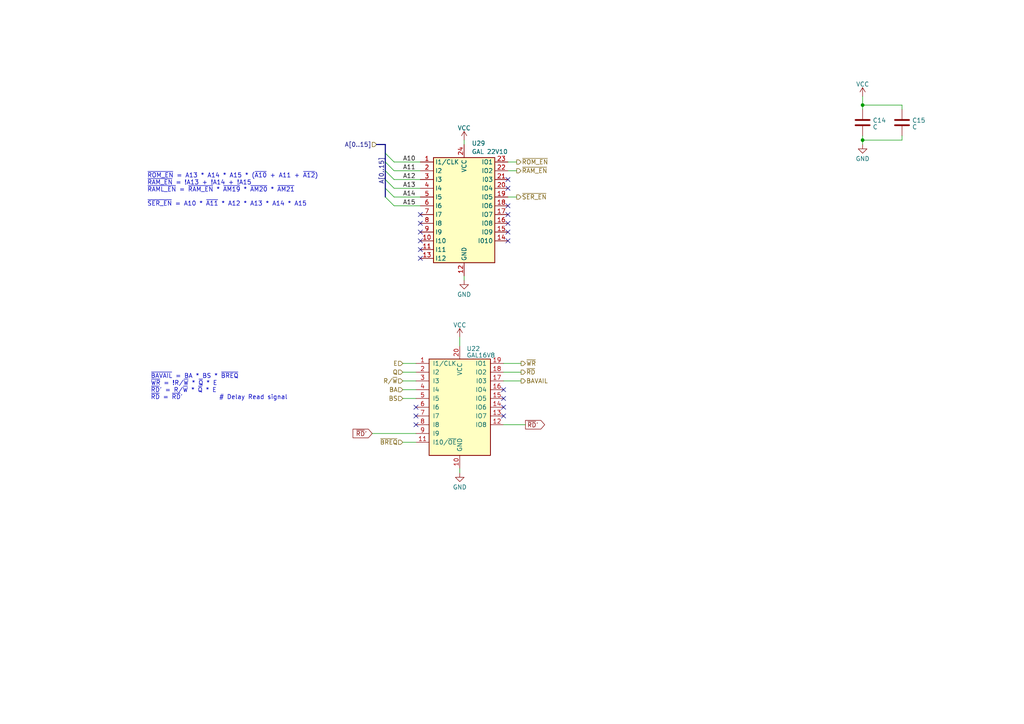
<source format=kicad_sch>
(kicad_sch (version 20231120) (generator "eeschema") (generator_version "8.0")
  (paper "A4")
  (lib_symbols
    (symbol "Device:C" (pin_numbers hide) (pin_names (offset 0.254))
      (property "Reference" "C" (at 0.635 2.54 0))
      (property "Value" "C" (at 0.635 -2.54 0))
      (symbol "C_0_1"
        (polyline (pts (xy -2.032 -0.762) (xy 2.032 -0.762)) (stroke (width 0.508)))
        (polyline (pts (xy -2.032 0.762) (xy 2.032 0.762)) (stroke (width 0.508)))
      )
      (symbol "C_1_1"
        (pin passive line (at 0 3.81 270) (length 2.794) (name "~") (number "1"))
        (pin passive line (at 0 -3.81 90) (length 2.794) (name "~") (number "2"))
      )
    )
    (symbol "Logic_Programmable:GAL16V8" (pin_names (offset 1.016))
      (property "Reference" "U" (at -8.89 16.51 0))
      (property "Value" "GAL16V8" (at 1.27 16.51 0))
      (symbol "GAL16V8_0_0"
        (pin power_in line (at 0 -17.78 90) (length 3.81) (name "GND") (number "10"))
        (pin power_in line (at 0 17.78 270) (length 3.81) (name "VCC") (number "20"))
      )
      (symbol "GAL16V8_0_1"
        (rectangle (start -8.89 13.97) (end 8.89 -13.97) (stroke (width 0.254)) (fill (type background)))
      )
      (symbol "GAL16V8_1_1"
        (pin input line (at -12.7 12.7 0) (length 3.81) (name "I1/CLK") (number "1"))
        (pin input line (at -12.7 -10.16 0) (length 3.81) (name "I10/~{OE}") (number "11"))
        (pin tri_state line (at 12.7 -5.08 180) (length 3.81) (name "IO8") (number "12"))
        (pin tri_state line (at 12.7 -2.54 180) (length 3.81) (name "IO7") (number "13"))
        (pin tri_state line (at 12.7 0 180) (length 3.81) (name "IO6") (number "14"))
        (pin tri_state line (at 12.7 2.54 180) (length 3.81) (name "IO5") (number "15"))
        (pin tri_state line (at 12.7 5.08 180) (length 3.81) (name "IO4") (number "16"))
        (pin tri_state line (at 12.7 7.62 180) (length 3.81) (name "I03") (number "17"))
        (pin tri_state line (at 12.7 10.16 180) (length 3.81) (name "IO2") (number "18"))
        (pin tri_state line (at 12.7 12.7 180) (length 3.81) (name "IO1") (number "19"))
        (pin input line (at -12.7 10.16 0) (length 3.81) (name "I2") (number "2"))
        (pin input line (at -12.7 7.62 0) (length 3.81) (name "I3") (number "3"))
        (pin input line (at -12.7 5.08 0) (length 3.81) (name "I4") (number "4"))
        (pin input line (at -12.7 2.54 0) (length 3.81) (name "I5") (number "5"))
        (pin input line (at -12.7 0 0) (length 3.81) (name "I6") (number "6"))
        (pin input line (at -12.7 -2.54 0) (length 3.81) (name "I7") (number "7"))
        (pin input line (at -12.7 -5.08 0) (length 3.81) (name "I8") (number "8"))
        (pin input line (at -12.7 -7.62 0) (length 3.81) (name "I9") (number "9"))
      )
    )
    (symbol "motherboard:GAL22V10"
      (property "Reference" "U29" (at -1.27 30.734 0))
      (property "Value" "GAL 22V10" (at 8.636 -2.794 0))
      (symbol "GAL22V10_0_1"
        (rectangle (start -1.27 29.21) (end 16.51 -1.27) (stroke (width 0.254)) (fill (type background)))
      )
      (symbol "GAL22V10_1_0"
        (pin power_in line (at 7.62 -5.08 90) (length 3.81) (name "GND") (number "12"))
        (pin power_in line (at 7.62 33.02 270) (length 3.81) (name "VCC") (number "24"))
      )
      (symbol "GAL22V10_1_1"
        (pin input line (at -5.08 27.94 0) (length 3.81) (name "I1/CLK") (number "1"))
        (pin input line (at -5.08 5.08 0) (length 3.81) (name "I10") (number "10"))
        (pin input line (at -5.08 2.54 0) (length 3.81) (name "I11") (number "11"))
        (pin input line (at -5.08 0 0) (length 3.81) (name "I12") (number "13"))
        (pin bidirectional line (at 20.32 5.08 180) (length 3.81) (name "I010") (number "14"))
        (pin bidirectional line (at 20.32 7.62 180) (length 3.81) (name "IO9") (number "15"))
        (pin bidirectional line (at 20.32 10.16 180) (length 3.81) (name "IO8") (number "16"))
        (pin bidirectional line (at 20.32 12.7 180) (length 3.81) (name "IO7") (number "17"))
        (pin bidirectional line (at 20.32 15.24 180) (length 3.81) (name "IO6") (number "18"))
        (pin bidirectional line (at 20.32 17.78 180) (length 3.81) (name "IO5") (number "19"))
        (pin input line (at -5.08 25.4 0) (length 3.81) (name "I2") (number "2"))
        (pin bidirectional line (at 20.32 20.32 180) (length 3.81) (name "IO4") (number "20"))
        (pin bidirectional line (at 20.32 22.86 180) (length 3.81) (name "I03") (number "21"))
        (pin bidirectional line (at 20.32 25.4 180) (length 3.81) (name "IO2") (number "22"))
        (pin bidirectional line (at 20.32 27.94 180) (length 3.81) (name "IO1") (number "23"))
        (pin input line (at -5.08 22.86 0) (length 3.81) (name "I3") (number "3"))
        (pin input line (at -5.08 20.32 0) (length 3.81) (name "I4") (number "4"))
        (pin input line (at -5.08 17.78 0) (length 3.81) (name "I5") (number "5"))
        (pin input line (at -5.08 15.24 0) (length 3.81) (name "I6") (number "6"))
        (pin input line (at -5.08 12.7 0) (length 3.81) (name "I7") (number "7"))
        (pin input line (at -5.08 10.16 0) (length 3.81) (name "I8") (number "8"))
        (pin input line (at -5.08 7.62 0) (length 3.81) (name "I9") (number "9"))
      )
    )
    (symbol "power:GND" (power) (pin_names (offset 0))
      (property "Value" "GND" (at 0 -3.81 0))
      (symbol "GND_0_1"
        (polyline (pts (xy 0 0) (xy 0 -1.27) (xy 1.27 -1.27) (xy 0 -2.54) (xy -1.27 -1.27) (xy 0 -1.27)))
      )
      (symbol "GND_1_1"
        (pin power_in line (at 0 0 270) (length 0) hide (name "GND") (number "1"))
      )
    )
    (symbol "power:VCC" (power) (pin_names (offset 0))
      (property "Value" "VCC" (at 0 3.81 0))
      (symbol "VCC_0_1"
        (polyline (pts (xy -0.762 1.27) (xy 0 2.54)))
        (polyline (pts (xy 0 0) (xy 0 2.54)))
        (polyline (pts (xy 0 2.54) (xy 0.762 1.27)))
      )
      (symbol "VCC_1_1"
        (pin power_in line (at 0 0 90) (length 0) hide (name "VCC") (number "1"))
      )
    )
  )
  (junction (at 250.19 30.48))
  (junction (at 250.19 40.64))
  (no_connect (at 147.32 67.31))
  (no_connect (at 120.65 118.11))
  (no_connect (at 146.05 118.11))
  (no_connect (at 146.05 113.03))
  (no_connect (at 147.32 59.69))
  (no_connect (at 121.92 72.39))
  (no_connect (at 121.92 67.31))
  (no_connect (at 146.05 115.57))
  (no_connect (at 147.32 64.77))
  (no_connect (at 121.92 62.23))
  (no_connect (at 146.05 120.65))
  (no_connect (at 147.32 54.61))
  (no_connect (at 121.92 64.77))
  (no_connect (at 120.65 123.19))
  (no_connect (at 147.32 62.23))
  (no_connect (at 147.32 69.85))
  (no_connect (at 121.92 74.93))
  (no_connect (at 147.32 52.07))
  (no_connect (at 121.92 69.85))
  (no_connect (at 120.65 120.65))
  (bus_entry (at 111.76 52.07) (size 2.54 2.54))
  (bus_entry (at 111.76 44.45) (size 2.54 2.54))
  (bus_entry (at 111.76 57.15) (size 2.54 2.54))
  (bus_entry (at 111.76 54.61) (size 2.54 2.54))
  (bus_entry (at 111.76 49.53) (size 2.54 2.54))
  (bus_entry (at 111.76 46.99) (size 2.54 2.54))
  (wire (pts (xy 151.13 110.49) (xy 146.05 110.49)))
  (wire (pts (xy 116.84 105.41) (xy 120.65 105.41)))
  (wire (pts (xy 151.13 107.95) (xy 146.05 107.95)))
  (wire (pts (xy 147.32 49.53) (xy 149.86 49.53)))
  (wire (pts (xy 261.62 40.64) (xy 261.62 39.37)))
  (wire (pts (xy 134.62 80.01) (xy 134.62 81.28)))
  (wire (pts (xy 116.84 115.57) (xy 120.65 115.57)))
  (bus (pts (xy 109.22 41.91) (xy 111.76 41.91)))
  (wire (pts (xy 114.3 46.99) (xy 121.92 46.99)))
  (bus (pts (xy 111.76 54.61) (xy 111.76 57.15)))
  (wire (pts (xy 133.35 135.89) (xy 133.35 137.16)))
  (wire (pts (xy 250.19 40.64) (xy 250.19 41.91)))
  (wire (pts (xy 114.3 49.53) (xy 121.92 49.53)))
  (wire (pts (xy 114.3 54.61) (xy 121.92 54.61)))
  (wire (pts (xy 114.3 52.07) (xy 121.92 52.07)))
  (wire (pts (xy 250.19 27.94) (xy 250.19 30.48)))
  (bus (pts (xy 111.76 41.91) (xy 111.76 44.45)))
  (wire (pts (xy 261.62 30.48) (xy 261.62 31.75)))
  (wire (pts (xy 134.62 40.64) (xy 134.62 41.91)))
  (wire (pts (xy 107.95 125.73) (xy 120.65 125.73)))
  (bus (pts (xy 111.76 46.99) (xy 111.76 49.53)))
  (wire (pts (xy 133.35 97.79) (xy 133.35 100.33)))
  (wire (pts (xy 116.84 113.03) (xy 120.65 113.03)))
  (wire (pts (xy 151.13 105.41) (xy 146.05 105.41)))
  (wire (pts (xy 116.84 110.49) (xy 120.65 110.49)))
  (bus (pts (xy 111.76 52.07) (xy 111.76 54.61)))
  (wire (pts (xy 114.3 57.15) (xy 121.92 57.15)))
  (wire (pts (xy 250.19 30.48) (xy 261.62 30.48)))
  (wire (pts (xy 146.05 123.19) (xy 152.4 123.19)))
  (wire (pts (xy 250.19 40.64) (xy 261.62 40.64)))
  (wire (pts (xy 116.84 128.27) (xy 120.65 128.27)))
  (wire (pts (xy 116.84 107.95) (xy 120.65 107.95)))
  (bus (pts (xy 111.76 49.53) (xy 111.76 52.07)))
  (wire (pts (xy 147.32 46.99) (xy 149.86 46.99)))
  (wire (pts (xy 147.32 57.15) (xy 149.86 57.15)))
  (wire (pts (xy 250.19 30.48) (xy 250.19 31.75)))
  (wire (pts (xy 250.19 39.37) (xy 250.19 40.64)))
  (wire (pts (xy 114.3 59.69) (xy 121.92 59.69)))
  (bus (pts (xy 111.76 44.45) (xy 111.76 46.99)))
  (text "~{BAVAIL} = BA * BS * ~{BREQ}\n~{WR} = !R/~{W} * ~{Q} * E\n~{RD}' = R/~{W} * ~{Q} * E\n~{RD} = ~{RD}'           # Delay Read signal" (at 43.688 112.268 0) (effects (font (size 1.27 1.27)) (justify left)))
  (text "~{ROM_EN} = A13 * A14 * A15 * (~{A10} + A11 + ~{A12})\n~{RAM_EN} = !A13 + !A14 + !A15\n~{RAML_EN} = ~{RAM_EN} * ~{AM19} * ~{AM20} * ~{AM21}\n\n~{SER_EN} = A10 * ~{A11} * A12 * A13 * A14 * A15" (at 42.672 55.118 0) (effects (font (size 1.27 1.27)) (justify left)))
  (label "A14" (at 116.84 57.15 0))
  (label "A13" (at 116.84 54.61 0))
  (label "A11" (at 116.84 49.53 0))
  (label "A[0..15]" (at 111.76 53.34 90))
  (label "A12" (at 116.84 52.07 0))
  (label "A10" (at 116.84 46.99 0))
  (label "A15" (at 116.84 59.69 0))
  (global_label "~{RD}'" (shape input) (at 107.95 125.73 180) (property "Intersheetrefs" "${INTERSHEET_REFS}" (effects (hide yes))))
  (global_label "~{RD}'" (shape output) (at 152.4 123.19 0) (property "Intersheetrefs" "${INTERSHEET_REFS}" (effects (hide yes))))
  (hierarchical_label "BS" (shape input) (at 116.84 115.57 180))
  (hierarchical_label "BA" (shape input) (at 116.84 113.03 180))
  (hierarchical_label "Q" (shape input) (at 116.84 107.95 180))
  (hierarchical_label "~{ROM_EN}" (shape output) (at 149.86 46.99 0))
  (hierarchical_label "BAVAIL" (shape output) (at 151.13 110.49 0))
  (hierarchical_label "~{RAM_EN}" (shape output) (at 149.86 49.53 0))
  (hierarchical_label "A[0..15]" (shape input) (at 109.22 41.91 180))
  (hierarchical_label "E" (shape input) (at 116.84 105.41 180))
  (hierarchical_label "R{slash}~{W}" (shape input) (at 116.84 110.49 180))
  (hierarchical_label "~{RD}" (shape output) (at 151.13 107.95 0))
  (hierarchical_label "~{BREQ}" (shape input) (at 116.84 128.27 180))
  (hierarchical_label "~{SER_EN}" (shape output) (at 149.86 57.15 0))
  (hierarchical_label "~{WR}" (shape output) (at 151.13 105.41 0))
  (symbol (lib_id "Device:C") (at 250.19 35.56 0) (unit 1)
    (property "Reference" "C14" (at 253.111 34.9163 0) (effects (justify left)))
    (property "Value" "C" (at 253.111 36.8373 0) (effects (justify left)))
    (property "Footprint" "Capacitor_THT:C_Disc_D5.0mm_W2.5mm_P2.50mm" (effects (hide yes)))
  )
  (symbol (lib_id "power:GND") (at 250.19 41.91 0) (unit 1)
    (property "Reference" "#PWR060" (effects (hide yes)))
    (property "Value" "GND" (at 250.19 46.0455 0))
  )
  (symbol (lib_id "Device:C") (at 261.62 35.56 0) (unit 1)
    (property "Reference" "C15" (at 264.541 34.9163 0) (effects (justify left)))
    (property "Value" "C" (at 264.541 36.8373 0) (effects (justify left)))
    (property "Footprint" "Capacitor_THT:C_Disc_D5.0mm_W2.5mm_P2.50mm" (effects (hide yes)))
  )
  (symbol (lib_id "power:GND") (at 133.35 137.16 0) (unit 1)
    (property "Reference" "#PWR059" (effects (hide yes)))
    (property "Value" "GND" (at 133.35 141.2955 0))
  )
  (symbol (lib_id "power:VCC") (at 133.35 97.79 0) (unit 1)
    (property "Reference" "#PWR058" (effects (hide yes)))
    (property "Value" "VCC" (at 133.35 94.2881 0))
  )
  (symbol (lib_id "power:VCC") (at 250.19 27.94 0) (unit 1)
    (property "Reference" "#PWR054" (effects (hide yes)))
    (property "Value" "VCC" (at 250.19 24.4381 0))
  )
  (symbol (lib_id "power:VCC") (at 134.62 40.64 0) (unit 1)
    (property "Reference" "#PWR091" (effects (hide yes)))
    (property "Value" "VCC" (at 134.62 37.1381 0))
  )
  (symbol (lib_id "Logic_Programmable:GAL16V8") (at 133.35 118.11 0) (unit 1)
    (property "Reference" "U22" (at 135.3059 101.1301 0) (effects (justify left)))
    (property "Value" "GAL16V8" (at 135.3059 103.0511 0) (effects (justify left)))
    (property "Footprint" "Package_DIP:DIP-20_W7.62mm_Socket" (effects (hide yes)))
  )
  (symbol (lib_id "power:GND") (at 134.62 81.28 0) (unit 1)
    (property "Reference" "#PWR090" (effects (hide yes)))
    (property "Value" "GND" (at 134.62 85.4155 0))
  )
  (symbol (lib_id "motherboard:GAL22V10") (at 127 74.93 0) (unit 1)
    (property "Reference" "U29" (at 136.8141 41.5755 0) (effects (justify left)))
    (property "Value" "GAL 22V10" (at 136.8141 43.9998 0) (effects (justify left)))
    (property "Footprint" "Package_DIP:DIP-24_W7.62mm_Socket" (effects (hide yes)))
  )
)
</source>
